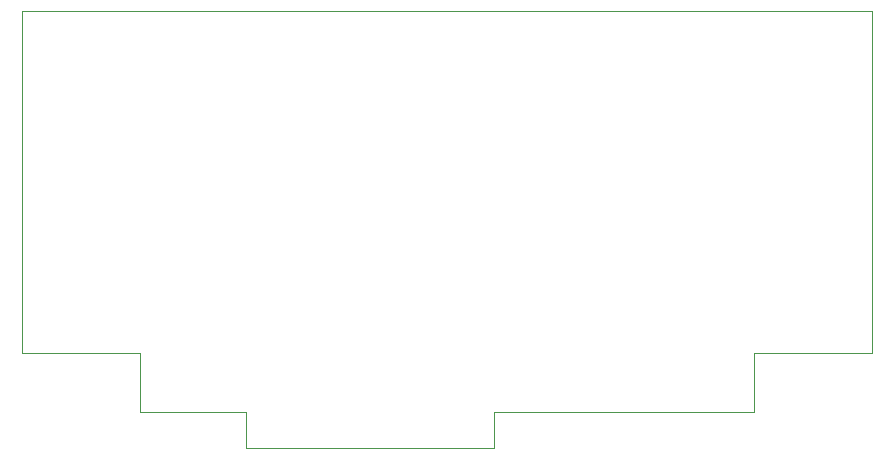
<source format=gbr>
G04 #@! TF.GenerationSoftware,KiCad,Pcbnew,5.1.5+dfsg1-2build2*
G04 #@! TF.CreationDate,2022-10-10T15:32:11+01:00*
G04 #@! TF.ProjectId,psion-speech-sp0256al2,7073696f-6e2d-4737-9065-6563682d7370,rev?*
G04 #@! TF.SameCoordinates,Original*
G04 #@! TF.FileFunction,Profile,NP*
%FSLAX46Y46*%
G04 Gerber Fmt 4.6, Leading zero omitted, Abs format (unit mm)*
G04 Created by KiCad (PCBNEW 5.1.5+dfsg1-2build2) date 2022-10-10 15:32:11*
%MOMM*%
%LPD*%
G04 APERTURE LIST*
%ADD10C,0.050000*%
G04 APERTURE END LIST*
D10*
X49000000Y-126250000D02*
X39000000Y-126250000D01*
X49000000Y-131250000D02*
X49000000Y-126250000D01*
X111000000Y-126250000D02*
X101000000Y-126250000D01*
X111000000Y-97250000D02*
X111000000Y-126250000D01*
X58000000Y-131250000D02*
X49000000Y-131250000D01*
X58000000Y-134250000D02*
X58000000Y-131250000D01*
X79000000Y-134250000D02*
X58000000Y-134250000D01*
X79000000Y-131250000D02*
X79000000Y-134250000D01*
X101000000Y-131250000D02*
X79000000Y-131250000D01*
X101000000Y-126250000D02*
X101000000Y-131250000D01*
X61000000Y-97250000D02*
X111000000Y-97250000D01*
X39000000Y-107250000D02*
X39000000Y-97250000D01*
X39000000Y-97250000D02*
X61000000Y-97250000D01*
X39000000Y-126250000D02*
X39000000Y-107250000D01*
M02*

</source>
